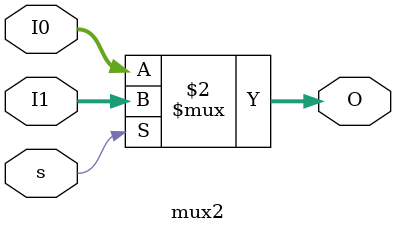
<source format=v>
module mux2(I1, I0, s, O);

	input [7:0]  I1; 
	input [7:0]  I0;
	input s;
	output [7:0] O;

	assign O = (s == 1'b0) ? I0 : I1;
endmodule
</source>
